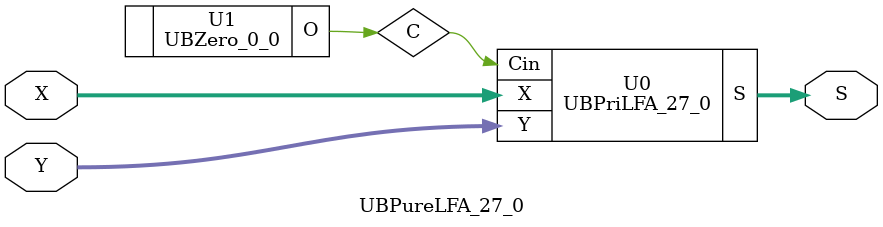
<source format=v>
/*----------------------------------------------------------------------------
  Copyright (c) 2021 Homma laboratory. All rights reserved.

  Top module: UBLFA_27_0_27_0

  Operand-1 length: 28
  Operand-2 length: 28
  Two-operand addition algorithm: Ladner-Fischer adder
----------------------------------------------------------------------------*/

module GPGenerator(Go, Po, A, B);
  output Go;
  output Po;
  input A;
  input B;
  assign Go = A & B;
  assign Po = A ^ B;
endmodule

module CarryOperator(Go, Po, Gi1, Pi1, Gi2, Pi2);
  output Go;
  output Po;
  input Gi1;
  input Gi2;
  input Pi1;
  input Pi2;
  assign Go = Gi1 | ( Gi2 & Pi1 );
  assign Po = Pi1 & Pi2;
endmodule

module UBPriLFA_27_0(S, X, Y, Cin);
  output [28:0] S;
  input Cin;
  input [27:0] X;
  input [27:0] Y;
  wire [27:0] G0;
  wire [27:0] G1;
  wire [27:0] G2;
  wire [27:0] G3;
  wire [27:0] G4;
  wire [27:0] G5;
  wire [27:0] P0;
  wire [27:0] P1;
  wire [27:0] P2;
  wire [27:0] P3;
  wire [27:0] P4;
  wire [27:0] P5;
  assign P1[0] = P0[0];
  assign G1[0] = G0[0];
  assign P1[2] = P0[2];
  assign G1[2] = G0[2];
  assign P1[4] = P0[4];
  assign G1[4] = G0[4];
  assign P1[6] = P0[6];
  assign G1[6] = G0[6];
  assign P1[8] = P0[8];
  assign G1[8] = G0[8];
  assign P1[10] = P0[10];
  assign G1[10] = G0[10];
  assign P1[12] = P0[12];
  assign G1[12] = G0[12];
  assign P1[14] = P0[14];
  assign G1[14] = G0[14];
  assign P1[16] = P0[16];
  assign G1[16] = G0[16];
  assign P1[18] = P0[18];
  assign G1[18] = G0[18];
  assign P1[20] = P0[20];
  assign G1[20] = G0[20];
  assign P1[22] = P0[22];
  assign G1[22] = G0[22];
  assign P1[24] = P0[24];
  assign G1[24] = G0[24];
  assign P1[26] = P0[26];
  assign G1[26] = G0[26];
  assign P2[0] = P1[0];
  assign G2[0] = G1[0];
  assign P2[1] = P1[1];
  assign G2[1] = G1[1];
  assign P2[4] = P1[4];
  assign G2[4] = G1[4];
  assign P2[5] = P1[5];
  assign G2[5] = G1[5];
  assign P2[8] = P1[8];
  assign G2[8] = G1[8];
  assign P2[9] = P1[9];
  assign G2[9] = G1[9];
  assign P2[12] = P1[12];
  assign G2[12] = G1[12];
  assign P2[13] = P1[13];
  assign G2[13] = G1[13];
  assign P2[16] = P1[16];
  assign G2[16] = G1[16];
  assign P2[17] = P1[17];
  assign G2[17] = G1[17];
  assign P2[20] = P1[20];
  assign G2[20] = G1[20];
  assign P2[21] = P1[21];
  assign G2[21] = G1[21];
  assign P2[24] = P1[24];
  assign G2[24] = G1[24];
  assign P2[25] = P1[25];
  assign G2[25] = G1[25];
  assign P3[0] = P2[0];
  assign G3[0] = G2[0];
  assign P3[1] = P2[1];
  assign G3[1] = G2[1];
  assign P3[2] = P2[2];
  assign G3[2] = G2[2];
  assign P3[3] = P2[3];
  assign G3[3] = G2[3];
  assign P3[8] = P2[8];
  assign G3[8] = G2[8];
  assign P3[9] = P2[9];
  assign G3[9] = G2[9];
  assign P3[10] = P2[10];
  assign G3[10] = G2[10];
  assign P3[11] = P2[11];
  assign G3[11] = G2[11];
  assign P3[16] = P2[16];
  assign G3[16] = G2[16];
  assign P3[17] = P2[17];
  assign G3[17] = G2[17];
  assign P3[18] = P2[18];
  assign G3[18] = G2[18];
  assign P3[19] = P2[19];
  assign G3[19] = G2[19];
  assign P3[24] = P2[24];
  assign G3[24] = G2[24];
  assign P3[25] = P2[25];
  assign G3[25] = G2[25];
  assign P3[26] = P2[26];
  assign G3[26] = G2[26];
  assign P3[27] = P2[27];
  assign G3[27] = G2[27];
  assign P4[0] = P3[0];
  assign G4[0] = G3[0];
  assign P4[1] = P3[1];
  assign G4[1] = G3[1];
  assign P4[2] = P3[2];
  assign G4[2] = G3[2];
  assign P4[3] = P3[3];
  assign G4[3] = G3[3];
  assign P4[4] = P3[4];
  assign G4[4] = G3[4];
  assign P4[5] = P3[5];
  assign G4[5] = G3[5];
  assign P4[6] = P3[6];
  assign G4[6] = G3[6];
  assign P4[7] = P3[7];
  assign G4[7] = G3[7];
  assign P4[16] = P3[16];
  assign G4[16] = G3[16];
  assign P4[17] = P3[17];
  assign G4[17] = G3[17];
  assign P4[18] = P3[18];
  assign G4[18] = G3[18];
  assign P4[19] = P3[19];
  assign G4[19] = G3[19];
  assign P4[20] = P3[20];
  assign G4[20] = G3[20];
  assign P4[21] = P3[21];
  assign G4[21] = G3[21];
  assign P4[22] = P3[22];
  assign G4[22] = G3[22];
  assign P4[23] = P3[23];
  assign G4[23] = G3[23];
  assign P5[0] = P4[0];
  assign G5[0] = G4[0];
  assign P5[1] = P4[1];
  assign G5[1] = G4[1];
  assign P5[2] = P4[2];
  assign G5[2] = G4[2];
  assign P5[3] = P4[3];
  assign G5[3] = G4[3];
  assign P5[4] = P4[4];
  assign G5[4] = G4[4];
  assign P5[5] = P4[5];
  assign G5[5] = G4[5];
  assign P5[6] = P4[6];
  assign G5[6] = G4[6];
  assign P5[7] = P4[7];
  assign G5[7] = G4[7];
  assign P5[8] = P4[8];
  assign G5[8] = G4[8];
  assign P5[9] = P4[9];
  assign G5[9] = G4[9];
  assign P5[10] = P4[10];
  assign G5[10] = G4[10];
  assign P5[11] = P4[11];
  assign G5[11] = G4[11];
  assign P5[12] = P4[12];
  assign G5[12] = G4[12];
  assign P5[13] = P4[13];
  assign G5[13] = G4[13];
  assign P5[14] = P4[14];
  assign G5[14] = G4[14];
  assign P5[15] = P4[15];
  assign G5[15] = G4[15];
  assign S[0] = Cin ^ P0[0];
  assign S[1] = ( G5[0] | ( P5[0] & Cin ) ) ^ P0[1];
  assign S[2] = ( G5[1] | ( P5[1] & Cin ) ) ^ P0[2];
  assign S[3] = ( G5[2] | ( P5[2] & Cin ) ) ^ P0[3];
  assign S[4] = ( G5[3] | ( P5[3] & Cin ) ) ^ P0[4];
  assign S[5] = ( G5[4] | ( P5[4] & Cin ) ) ^ P0[5];
  assign S[6] = ( G5[5] | ( P5[5] & Cin ) ) ^ P0[6];
  assign S[7] = ( G5[6] | ( P5[6] & Cin ) ) ^ P0[7];
  assign S[8] = ( G5[7] | ( P5[7] & Cin ) ) ^ P0[8];
  assign S[9] = ( G5[8] | ( P5[8] & Cin ) ) ^ P0[9];
  assign S[10] = ( G5[9] | ( P5[9] & Cin ) ) ^ P0[10];
  assign S[11] = ( G5[10] | ( P5[10] & Cin ) ) ^ P0[11];
  assign S[12] = ( G5[11] | ( P5[11] & Cin ) ) ^ P0[12];
  assign S[13] = ( G5[12] | ( P5[12] & Cin ) ) ^ P0[13];
  assign S[14] = ( G5[13] | ( P5[13] & Cin ) ) ^ P0[14];
  assign S[15] = ( G5[14] | ( P5[14] & Cin ) ) ^ P0[15];
  assign S[16] = ( G5[15] | ( P5[15] & Cin ) ) ^ P0[16];
  assign S[17] = ( G5[16] | ( P5[16] & Cin ) ) ^ P0[17];
  assign S[18] = ( G5[17] | ( P5[17] & Cin ) ) ^ P0[18];
  assign S[19] = ( G5[18] | ( P5[18] & Cin ) ) ^ P0[19];
  assign S[20] = ( G5[19] | ( P5[19] & Cin ) ) ^ P0[20];
  assign S[21] = ( G5[20] | ( P5[20] & Cin ) ) ^ P0[21];
  assign S[22] = ( G5[21] | ( P5[21] & Cin ) ) ^ P0[22];
  assign S[23] = ( G5[22] | ( P5[22] & Cin ) ) ^ P0[23];
  assign S[24] = ( G5[23] | ( P5[23] & Cin ) ) ^ P0[24];
  assign S[25] = ( G5[24] | ( P5[24] & Cin ) ) ^ P0[25];
  assign S[26] = ( G5[25] | ( P5[25] & Cin ) ) ^ P0[26];
  assign S[27] = ( G5[26] | ( P5[26] & Cin ) ) ^ P0[27];
  assign S[28] = G5[27] | ( P5[27] & Cin );
  GPGenerator U0 (G0[0], P0[0], X[0], Y[0]);
  GPGenerator U1 (G0[1], P0[1], X[1], Y[1]);
  GPGenerator U2 (G0[2], P0[2], X[2], Y[2]);
  GPGenerator U3 (G0[3], P0[3], X[3], Y[3]);
  GPGenerator U4 (G0[4], P0[4], X[4], Y[4]);
  GPGenerator U5 (G0[5], P0[5], X[5], Y[5]);
  GPGenerator U6 (G0[6], P0[6], X[6], Y[6]);
  GPGenerator U7 (G0[7], P0[7], X[7], Y[7]);
  GPGenerator U8 (G0[8], P0[8], X[8], Y[8]);
  GPGenerator U9 (G0[9], P0[9], X[9], Y[9]);
  GPGenerator U10 (G0[10], P0[10], X[10], Y[10]);
  GPGenerator U11 (G0[11], P0[11], X[11], Y[11]);
  GPGenerator U12 (G0[12], P0[12], X[12], Y[12]);
  GPGenerator U13 (G0[13], P0[13], X[13], Y[13]);
  GPGenerator U14 (G0[14], P0[14], X[14], Y[14]);
  GPGenerator U15 (G0[15], P0[15], X[15], Y[15]);
  GPGenerator U16 (G0[16], P0[16], X[16], Y[16]);
  GPGenerator U17 (G0[17], P0[17], X[17], Y[17]);
  GPGenerator U18 (G0[18], P0[18], X[18], Y[18]);
  GPGenerator U19 (G0[19], P0[19], X[19], Y[19]);
  GPGenerator U20 (G0[20], P0[20], X[20], Y[20]);
  GPGenerator U21 (G0[21], P0[21], X[21], Y[21]);
  GPGenerator U22 (G0[22], P0[22], X[22], Y[22]);
  GPGenerator U23 (G0[23], P0[23], X[23], Y[23]);
  GPGenerator U24 (G0[24], P0[24], X[24], Y[24]);
  GPGenerator U25 (G0[25], P0[25], X[25], Y[25]);
  GPGenerator U26 (G0[26], P0[26], X[26], Y[26]);
  GPGenerator U27 (G0[27], P0[27], X[27], Y[27]);
  CarryOperator U28 (G1[1], P1[1], G0[1], P0[1], G0[0], P0[0]);
  CarryOperator U29 (G1[3], P1[3], G0[3], P0[3], G0[2], P0[2]);
  CarryOperator U30 (G1[5], P1[5], G0[5], P0[5], G0[4], P0[4]);
  CarryOperator U31 (G1[7], P1[7], G0[7], P0[7], G0[6], P0[6]);
  CarryOperator U32 (G1[9], P1[9], G0[9], P0[9], G0[8], P0[8]);
  CarryOperator U33 (G1[11], P1[11], G0[11], P0[11], G0[10], P0[10]);
  CarryOperator U34 (G1[13], P1[13], G0[13], P0[13], G0[12], P0[12]);
  CarryOperator U35 (G1[15], P1[15], G0[15], P0[15], G0[14], P0[14]);
  CarryOperator U36 (G1[17], P1[17], G0[17], P0[17], G0[16], P0[16]);
  CarryOperator U37 (G1[19], P1[19], G0[19], P0[19], G0[18], P0[18]);
  CarryOperator U38 (G1[21], P1[21], G0[21], P0[21], G0[20], P0[20]);
  CarryOperator U39 (G1[23], P1[23], G0[23], P0[23], G0[22], P0[22]);
  CarryOperator U40 (G1[25], P1[25], G0[25], P0[25], G0[24], P0[24]);
  CarryOperator U41 (G1[27], P1[27], G0[27], P0[27], G0[26], P0[26]);
  CarryOperator U42 (G2[2], P2[2], G1[2], P1[2], G1[1], P1[1]);
  CarryOperator U43 (G2[3], P2[3], G1[3], P1[3], G1[1], P1[1]);
  CarryOperator U44 (G2[6], P2[6], G1[6], P1[6], G1[5], P1[5]);
  CarryOperator U45 (G2[7], P2[7], G1[7], P1[7], G1[5], P1[5]);
  CarryOperator U46 (G2[10], P2[10], G1[10], P1[10], G1[9], P1[9]);
  CarryOperator U47 (G2[11], P2[11], G1[11], P1[11], G1[9], P1[9]);
  CarryOperator U48 (G2[14], P2[14], G1[14], P1[14], G1[13], P1[13]);
  CarryOperator U49 (G2[15], P2[15], G1[15], P1[15], G1[13], P1[13]);
  CarryOperator U50 (G2[18], P2[18], G1[18], P1[18], G1[17], P1[17]);
  CarryOperator U51 (G2[19], P2[19], G1[19], P1[19], G1[17], P1[17]);
  CarryOperator U52 (G2[22], P2[22], G1[22], P1[22], G1[21], P1[21]);
  CarryOperator U53 (G2[23], P2[23], G1[23], P1[23], G1[21], P1[21]);
  CarryOperator U54 (G2[26], P2[26], G1[26], P1[26], G1[25], P1[25]);
  CarryOperator U55 (G2[27], P2[27], G1[27], P1[27], G1[25], P1[25]);
  CarryOperator U56 (G3[4], P3[4], G2[4], P2[4], G2[3], P2[3]);
  CarryOperator U57 (G3[5], P3[5], G2[5], P2[5], G2[3], P2[3]);
  CarryOperator U58 (G3[6], P3[6], G2[6], P2[6], G2[3], P2[3]);
  CarryOperator U59 (G3[7], P3[7], G2[7], P2[7], G2[3], P2[3]);
  CarryOperator U60 (G3[12], P3[12], G2[12], P2[12], G2[11], P2[11]);
  CarryOperator U61 (G3[13], P3[13], G2[13], P2[13], G2[11], P2[11]);
  CarryOperator U62 (G3[14], P3[14], G2[14], P2[14], G2[11], P2[11]);
  CarryOperator U63 (G3[15], P3[15], G2[15], P2[15], G2[11], P2[11]);
  CarryOperator U64 (G3[20], P3[20], G2[20], P2[20], G2[19], P2[19]);
  CarryOperator U65 (G3[21], P3[21], G2[21], P2[21], G2[19], P2[19]);
  CarryOperator U66 (G3[22], P3[22], G2[22], P2[22], G2[19], P2[19]);
  CarryOperator U67 (G3[23], P3[23], G2[23], P2[23], G2[19], P2[19]);
  CarryOperator U68 (G4[8], P4[8], G3[8], P3[8], G3[7], P3[7]);
  CarryOperator U69 (G4[9], P4[9], G3[9], P3[9], G3[7], P3[7]);
  CarryOperator U70 (G4[10], P4[10], G3[10], P3[10], G3[7], P3[7]);
  CarryOperator U71 (G4[11], P4[11], G3[11], P3[11], G3[7], P3[7]);
  CarryOperator U72 (G4[12], P4[12], G3[12], P3[12], G3[7], P3[7]);
  CarryOperator U73 (G4[13], P4[13], G3[13], P3[13], G3[7], P3[7]);
  CarryOperator U74 (G4[14], P4[14], G3[14], P3[14], G3[7], P3[7]);
  CarryOperator U75 (G4[15], P4[15], G3[15], P3[15], G3[7], P3[7]);
  CarryOperator U76 (G4[24], P4[24], G3[24], P3[24], G3[23], P3[23]);
  CarryOperator U77 (G4[25], P4[25], G3[25], P3[25], G3[23], P3[23]);
  CarryOperator U78 (G4[26], P4[26], G3[26], P3[26], G3[23], P3[23]);
  CarryOperator U79 (G4[27], P4[27], G3[27], P3[27], G3[23], P3[23]);
  CarryOperator U80 (G5[16], P5[16], G4[16], P4[16], G4[15], P4[15]);
  CarryOperator U81 (G5[17], P5[17], G4[17], P4[17], G4[15], P4[15]);
  CarryOperator U82 (G5[18], P5[18], G4[18], P4[18], G4[15], P4[15]);
  CarryOperator U83 (G5[19], P5[19], G4[19], P4[19], G4[15], P4[15]);
  CarryOperator U84 (G5[20], P5[20], G4[20], P4[20], G4[15], P4[15]);
  CarryOperator U85 (G5[21], P5[21], G4[21], P4[21], G4[15], P4[15]);
  CarryOperator U86 (G5[22], P5[22], G4[22], P4[22], G4[15], P4[15]);
  CarryOperator U87 (G5[23], P5[23], G4[23], P4[23], G4[15], P4[15]);
  CarryOperator U88 (G5[24], P5[24], G4[24], P4[24], G4[15], P4[15]);
  CarryOperator U89 (G5[25], P5[25], G4[25], P4[25], G4[15], P4[15]);
  CarryOperator U90 (G5[26], P5[26], G4[26], P4[26], G4[15], P4[15]);
  CarryOperator U91 (G5[27], P5[27], G4[27], P4[27], G4[15], P4[15]);
endmodule

module UBZero_0_0(O);
  output [0:0] O;
  assign O[0] = 0;
endmodule

module UBLFA_27_0_27_0 (S, X, Y);
  output [28:0] S;
  input [27:0] X;
  input [27:0] Y;
  UBPureLFA_27_0 U0 (S[28:0], X[27:0], Y[27:0]);
endmodule

module UBPureLFA_27_0 (S, X, Y);
  output [28:0] S;
  input [27:0] X;
  input [27:0] Y;
  wire C;
  UBPriLFA_27_0 U0 (S, X, Y, C);
  UBZero_0_0 U1 (C);
endmodule


</source>
